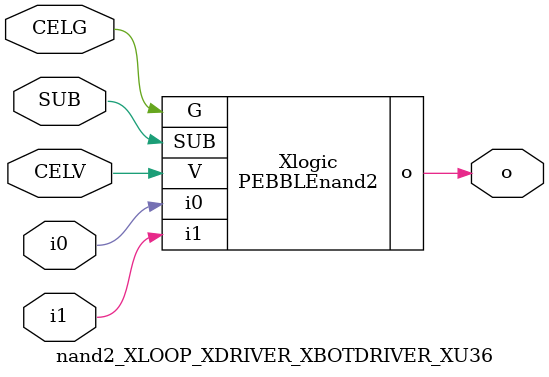
<source format=v>



module PEBBLEnand2 ( o, G, SUB, V, i0, i1 );

  input i0;
  input V;
  input i1;
  input G;
  output o;
  input SUB;
endmodule

//Celera Confidential Do Not Copy nand2_XLOOP_XDRIVER_XBOTDRIVER_XU36
//Celera Confidential Symbol Generator
//5V NAND2
module nand2_XLOOP_XDRIVER_XBOTDRIVER_XU36 (CELV,CELG,i0,i1,o,SUB);
input CELV;
input CELG;
input i0;
input i1;
input SUB;
output o;

//Celera Confidential Do Not Copy nand2
PEBBLEnand2 Xlogic(
.V (CELV),
.i0 (i0),
.i1 (i1),
.o (o),
.SUB (SUB),
.G (CELG)
);
//,diesize,PEBBLEnand2

//Celera Confidential Do Not Copy Module End
//Celera Schematic Generator
endmodule

</source>
